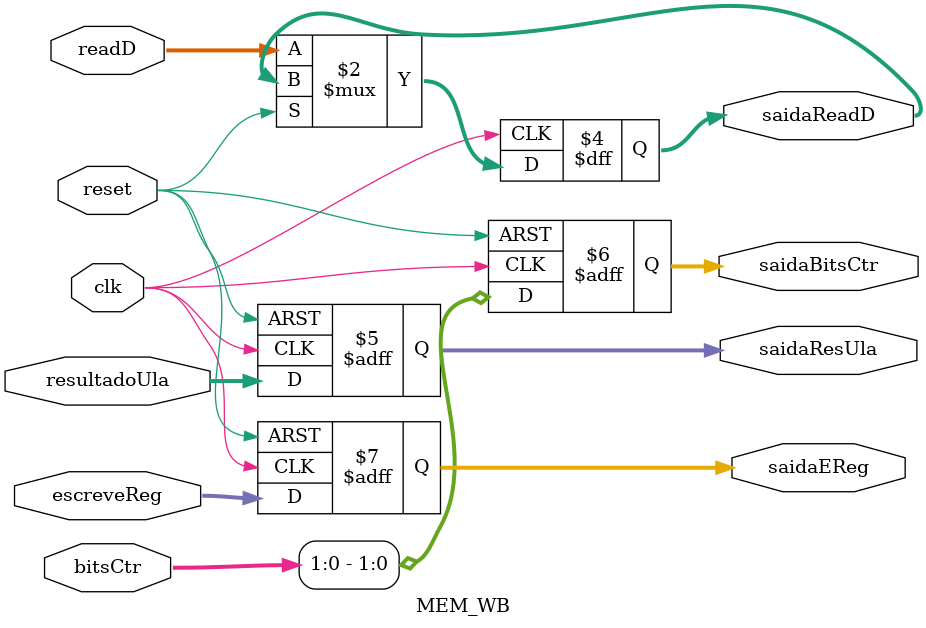
<source format=v>
module MEM_WB(clk, reset, bitsCtr, readD, resultadoUla, escreveReg, saidaBitsCtr, saidaReadD, saidaResUla, saidaEReg );


	input clk, reset;
	input [4:0] bitsCtr;
	input [31:0] readD, resultadoUla;
	input [4:0] escreveReg;
	output reg [31:0] saidaReadD;
	output reg [31:0] saidaResUla;
	output reg [1:0] saidaBitsCtr;
	output reg [4:0 ]saidaEReg;
	

	always @(posedge clk or posedge reset)begin
		if(reset) begin
			saidaResUla <= 0;
			saidaBitsCtr <= 0;
			saidaEReg <= 0;
		end
		else begin
			saidaResUla <= resultadoUla;
			saidaBitsCtr <= bitsCtr;
			saidaEReg <= escreveReg;
			saidaReadD <= readD;
		end
	end
	
endmodule	


</source>
